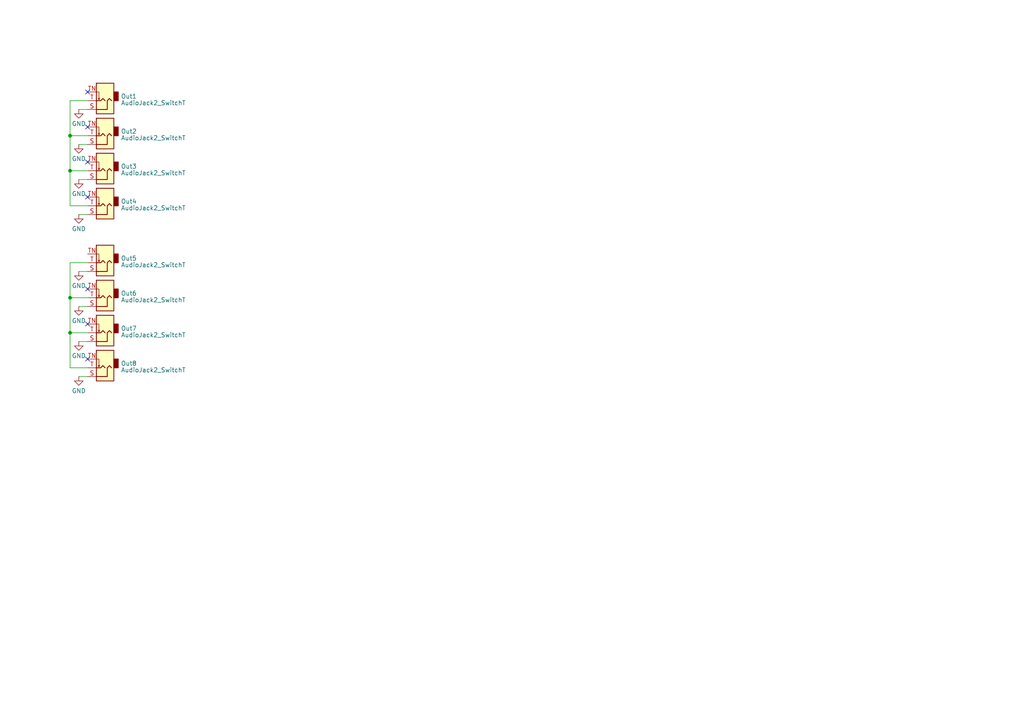
<source format=kicad_sch>
(kicad_sch (version 20230121) (generator eeschema)
  (paper "A4")
  (lib_symbols
    (symbol "Connector_Audio:AudioJack2_SwitchT"
      (property "Reference" "J" (at 0 8.89 0))
      (property "Value" "AudioJack2_SwitchT" (at 0 6.35 0))
      (symbol "AudioJack2_SwitchT_0_1"
        (rectangle (start -2.54 0) (end -3.81 -2.54) (stroke (width 0.254)) (fill (type outline)))
        (polyline (pts (xy 1.778 -0.254) (xy 2.032 -0.762)))
        (polyline (pts (xy 0 0) (xy 0.635 -0.635) (xy 1.27 0) (xy 2.54 0)) (stroke (width 0.254)))
        (polyline (pts (xy 2.54 -2.54) (xy 1.778 -2.54) (xy 1.778 -0.254) (xy 1.524 -0.762)))
        (polyline (pts (xy 2.54 2.54) (xy -0.635 2.54) (xy -0.635 0) (xy -1.27 -0.635) (xy -1.905 0)) (stroke (width 0.254)))
        (rectangle (start 2.54 3.81) (end -2.54 -5.08) (stroke (width 0.254)) (fill (type background)))
      )
      (symbol "AudioJack2_SwitchT_1_1"
        (pin passive line (at 5.08 2.54 180) (length 2.54) (name "~") (number "S"))
        (pin passive line (at 5.08 0 180) (length 2.54) (name "~") (number "T"))
        (pin passive line (at 5.08 -2.54 180) (length 2.54) (name "~") (number "TN"))
      )
    )
    (symbol "power:GND" (power) (pin_names (offset 0))
      (property "Value" "GND" (at 0 -3.81 0))
      (symbol "GND_0_1"
        (polyline (pts (xy 0 0) (xy 0 -1.27) (xy 1.27 -1.27) (xy 0 -2.54) (xy -1.27 -1.27) (xy 0 -1.27)))
      )
      (symbol "GND_1_1"
        (pin power_in line (at 0 0 270) (length 0) hide (name "GND") (number "1"))
      )
    )
  )
  (junction (at 20.32 49.53))
  (junction (at 20.32 96.52))
  (junction (at 20.32 86.36))
  (junction (at 20.32 39.37))
  (no_connect (at 25.4 46.99))
  (no_connect (at 25.4 83.82))
  (no_connect (at 25.4 57.15))
  (no_connect (at 25.4 104.14))
  (no_connect (at 25.4 93.98))
  (no_connect (at 25.4 26.67))
  (no_connect (at 25.4 36.83))
  (wire (pts (xy 20.32 49.53) (xy 25.4 49.53)))
  (wire (pts (xy 22.86 88.9) (xy 25.4 88.9)))
  (wire (pts (xy 25.4 76.2) (xy 20.32 76.2)))
  (wire (pts (xy 20.32 96.52) (xy 20.32 86.36)))
  (wire (pts (xy 20.32 86.36) (xy 25.4 86.36)))
  (wire (pts (xy 20.32 106.68) (xy 20.32 96.52)))
  (wire (pts (xy 22.86 52.07) (xy 25.4 52.07)))
  (wire (pts (xy 22.86 41.91) (xy 25.4 41.91)))
  (wire (pts (xy 25.4 59.69) (xy 20.32 59.69)))
  (wire (pts (xy 20.32 59.69) (xy 20.32 49.53)))
  (wire (pts (xy 20.32 29.21) (xy 20.32 39.37)))
  (wire (pts (xy 22.86 62.23) (xy 25.4 62.23)))
  (wire (pts (xy 20.32 39.37) (xy 25.4 39.37)))
  (wire (pts (xy 20.32 39.37) (xy 20.32 49.53)))
  (wire (pts (xy 22.86 78.74) (xy 25.4 78.74)))
  (wire (pts (xy 22.86 99.06) (xy 25.4 99.06)))
  (wire (pts (xy 25.4 96.52) (xy 20.32 96.52)))
  (wire (pts (xy 25.4 106.68) (xy 20.32 106.68)))
  (wire (pts (xy 20.32 76.2) (xy 20.32 86.36)))
  (wire (pts (xy 22.86 31.75) (xy 25.4 31.75)))
  (wire (pts (xy 22.86 109.22) (xy 25.4 109.22)))
  (wire (pts (xy 25.4 29.21) (xy 20.32 29.21)))
  (symbol (lib_id "Connector_Audio:AudioJack2_SwitchT") (at 30.48 86.36 180) (unit 1)
    (property "Reference" "Out6" (at 35.052 85.0813 0) (effects (justify right)))
    (property "Value" "AudioJack2_SwitchT" (at 35.052 87.0023 0) (effects (justify right)))
    (property "Footprint" "Connector_Audio:Jack_3.5mm_QingPu_WQP-PJ398SM_Vertical_CircularHoles" (effects hide))
  )
  (symbol (lib_id "Connector_Audio:AudioJack2_SwitchT") (at 30.48 29.21 180) (unit 1)
    (property "Reference" "Out1" (at 35.052 27.9313 0) (effects (justify right)))
    (property "Value" "AudioJack2_SwitchT" (at 35.052 29.8523 0) (effects (justify right)))
    (property "Footprint" "Connector_Audio:Jack_3.5mm_QingPu_WQP-PJ398SM_Vertical_CircularHoles" (effects hide))
  )
  (symbol (lib_id "power:GND") (at 22.86 88.9 0) (unit 1)
    (property "Reference" "#PWR06" (effects hide))
    (property "Value" "GND" (at 22.86 93.0355 0))
  )
  (symbol (lib_id "Connector_Audio:AudioJack2_SwitchT") (at 30.48 106.68 180) (unit 1)
    (property "Reference" "Out8" (at 35.052 105.4013 0) (effects (justify right)))
    (property "Value" "AudioJack2_SwitchT" (at 35.052 107.3223 0) (effects (justify right)))
    (property "Footprint" "Connector_Audio:Jack_3.5mm_QingPu_WQP-PJ398SM_Vertical_CircularHoles" (effects hide))
  )
  (symbol (lib_id "power:GND") (at 22.86 99.06 0) (unit 1)
    (property "Reference" "#PWR07" (effects hide))
    (property "Value" "GND" (at 22.86 103.1955 0))
  )
  (symbol (lib_id "Connector_Audio:AudioJack2_SwitchT") (at 30.48 76.2 180) (unit 1)
    (property "Reference" "Out5" (at 35.052 74.9213 0) (effects (justify right)))
    (property "Value" "AudioJack2_SwitchT" (at 35.052 76.8423 0) (effects (justify right)))
    (property "Footprint" "Connector_Audio:Jack_3.5mm_QingPu_WQP-PJ398SM_Vertical_CircularHoles" (effects hide))
  )
  (symbol (lib_id "Connector_Audio:AudioJack2_SwitchT") (at 30.48 59.69 180) (unit 1)
    (property "Reference" "Out4" (at 35.052 58.4113 0) (effects (justify right)))
    (property "Value" "AudioJack2_SwitchT" (at 35.052 60.3323 0) (effects (justify right)))
    (property "Footprint" "Connector_Audio:Jack_3.5mm_QingPu_WQP-PJ398SM_Vertical_CircularHoles" (effects hide))
  )
  (symbol (lib_id "Connector_Audio:AudioJack2_SwitchT") (at 30.48 39.37 180) (unit 1)
    (property "Reference" "Out2" (at 35.052 38.0913 0) (effects (justify right)))
    (property "Value" "AudioJack2_SwitchT" (at 35.052 40.0123 0) (effects (justify right)))
    (property "Footprint" "Connector_Audio:Jack_3.5mm_QingPu_WQP-PJ398SM_Vertical_CircularHoles" (effects hide))
  )
  (symbol (lib_id "power:GND") (at 22.86 41.91 0) (unit 1)
    (property "Reference" "#PWR02" (effects hide))
    (property "Value" "GND" (at 22.86 46.0455 0))
  )
  (symbol (lib_id "power:GND") (at 22.86 109.22 0) (unit 1)
    (property "Reference" "#PWR08" (effects hide))
    (property "Value" "GND" (at 22.86 113.3555 0))
  )
  (symbol (lib_id "Connector_Audio:AudioJack2_SwitchT") (at 30.48 96.52 180) (unit 1)
    (property "Reference" "Out7" (at 35.052 95.2413 0) (effects (justify right)))
    (property "Value" "AudioJack2_SwitchT" (at 35.052 97.1623 0) (effects (justify right)))
    (property "Footprint" "Connector_Audio:Jack_3.5mm_QingPu_WQP-PJ398SM_Vertical_CircularHoles" (effects hide))
  )
  (symbol (lib_id "power:GND") (at 22.86 62.23 0) (unit 1)
    (property "Reference" "#PWR04" (effects hide))
    (property "Value" "GND" (at 22.86 66.3655 0))
  )
  (symbol (lib_id "power:GND") (at 22.86 78.74 0) (unit 1)
    (property "Reference" "#PWR05" (effects hide))
    (property "Value" "GND" (at 22.86 82.8755 0))
  )
  (symbol (lib_id "power:GND") (at 22.86 52.07 0) (unit 1)
    (property "Reference" "#PWR03" (effects hide))
    (property "Value" "GND" (at 22.86 56.2055 0))
  )
  (symbol (lib_id "power:GND") (at 22.86 31.75 0) (unit 1)
    (property "Reference" "#PWR01" (effects hide))
    (property "Value" "GND" (at 22.86 35.8855 0))
  )
  (symbol (lib_id "Connector_Audio:AudioJack2_SwitchT") (at 30.48 49.53 180) (unit 1)
    (property "Reference" "Out3" (at 35.052 48.2513 0) (effects (justify right)))
    (property "Value" "AudioJack2_SwitchT" (at 35.052 50.1723 0) (effects (justify right)))
    (property "Footprint" "Connector_Audio:Jack_3.5mm_QingPu_WQP-PJ398SM_Vertical_CircularHoles" (effects hide))
  )
)
</source>
